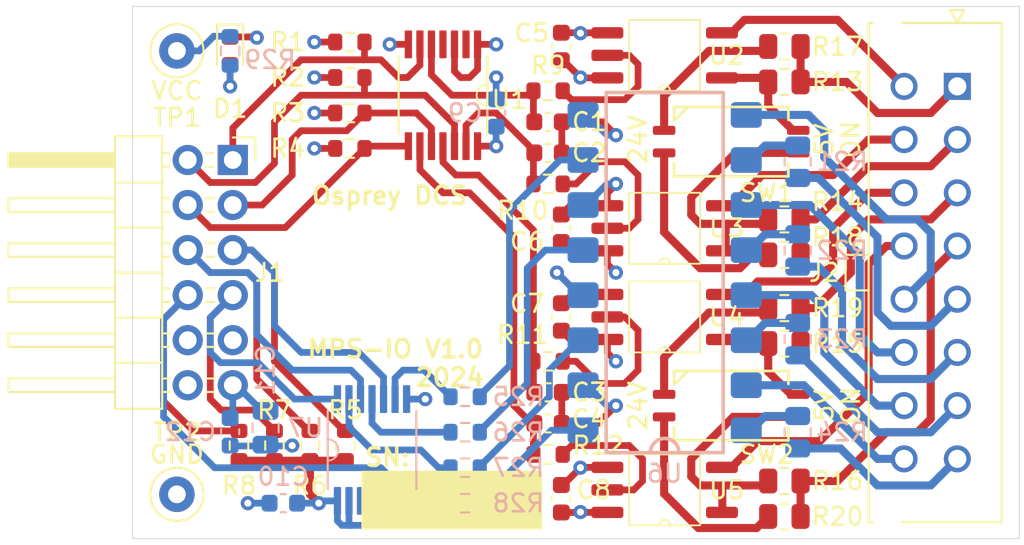
<source format=kicad_pcb>
(kicad_pcb (version 20240108) (generator "pcbnew") (generator_version "8.0")
  (title_block (title "PMOD MPS I/O") (rev "A") (company "Osprey DCS"))
  (layers (0 "F.Cu" signal) (1 "In1.Cu" signal) (2 "In2.Cu" signal) (31 "B.Cu" signal) (34 "B.Paste" user) (35 "F.Paste" user) (36 "B.SilkS" user "B.Silkscreen") (37 "F.SilkS" user "F.Silkscreen") (38 "B.Mask" user) (39 "F.Mask" user) (44 "Edge.Cuts" user))
  (net 0 "")
  (net 1 "GND")
  (net 2 "+3.3V")
  (net 3 "Net-(U1-3A)")
  (net 4 "/IN2")
  (net 5 "/IN1")
  (net 6 "/IN3")
  (net 7 "/IN4")
  (net 8 "Net-(D1-A)")
  (net 9 "/OUT1")
  (net 10 "/OUT3")
  (net 11 "/OUT2")
  (net 12 "/IN2_RTN")
  (net 13 "/IN2_SRC")
  (net 14 "/IN3_SRC")
  (net 15 "/OUT4")
  (net 16 "/IN3_RTN")
  (net 17 "/IN1_SRC")
  (net 18 "/IN4_SRC")
  (net 19 "/OUT2_SRC")
  (net 20 "/OUT1_RTN")
  (net 21 "/OUT4_RTN")
  (net 22 "/OUT3_SRC")
  (net 23 "/OUT3_RTN")
  (net 24 "/OUT1_SRC")
  (net 25 "/OUT2_RTN")
  (net 26 "/IN4_RTN")
  (net 27 "/OUT4_SRC")
  (net 28 "/IN1_RTN")
  (net 29 "Net-(R10-Pad2)")
  (net 30 "Net-(R11-Pad2)")
  (net 33 "Net-(U1-6A)")
  (net 34 "Net-(U1-5A)")
  (net 35 "Net-(U1-4A)")
  (net 36 "Net-(R12-Pad2)")
  (net 37 "Net-(R9-Pad2)")
  (net 38 "Net-(R13-Pad1)")
  (net 39 "Net-(R14-Pad1)")
  (net 40 "Net-(R15-Pad1)")
  (net 41 "Net-(R16-Pad1)")
  (net 42 "Net-(R17-Pad1)")
  (net 43 "Net-(R18-Pad1)")
  (net 44 "Net-(R19-Pad1)")
  (net 45 "Net-(R20-Pad1)")
  (net 46 "Net-(U7-3Y)")
  (net 47 "Net-(U7-2Y)")
  (net 48 "Net-(U7-1Y)")
  (net 49 "Net-(U7-4Y)")
  (net 52 "Net-(R21-Pad1)")
  (net 53 "Net-(R22-Pad1)")
  (net 54 "Net-(R23-Pad1)")
  (net 55 "Net-(R24-Pad1)")
  (net 56 "Net-(R25-Pad2)")
  (net 57 "Net-(R26-Pad2)")
  (net 58 "Net-(R27-Pad2)")
  (net 59 "Net-(R28-Pad2)")
  (footprint "0local:R_0805_2012Metric" (layer "F.Cu") (at 141.1 87.65)
    (property "Reference" "R15")
    (property "Value" "7.5k")
  )
  (footprint "0local:SO6_TLP2312(V4-TPL,E" (layer "F.Cu") (at 134.35 86.15 180)
    (property "Reference" "U4")
    (property "Value" "TLP2312")
  )
  (footprint "0local:R_0805_2012Metric" (layer "F.Cu") (at 141.1 82.65)
    (property "Reference" "R18")
    (property "Value" "1.37k")
  )
  (footprint "0local:C_0603_1608Metric" (layer "F.Cu") (at 128.525 96.4 90)
    (property "Reference" "C8")
    (property "Value" "100n")
  )
  (footprint "0local:R_0805_2012Metric" (layer "F.Cu") (at 141.1 97.4)
    (property "Reference" "R20")
    (property "Value" "1.37k")
  )
  (footprint "0local:SN74AC1xPWR" (layer "F.Cu") (at 121.85 73.65 -90)
    (property "Reference" "U1")
    (property "Value" "SN74AC16PWR")
  )
  (footprint "0local:R_0603_1608Metric" (layer "F.Cu") (at 116.6 72.65)
    (property "Reference" "R2")
    (property "Value" "10k")
  )
  (footprint "0local:R_0603_1608Metric" (layer "F.Cu") (at 116.6 74.65)
    (property "Reference" "R3")
    (property "Value" "10k")
  )
  (footprint "0local:430451628" (layer "F.Cu") (at 149.35 83.65 90)
    (property "Reference" "J2")
    (property "Value" "430451628")
  )
  (footprint "0local:R_0805_2012Metric" (layer "F.Cu") (at 141.1 85.65)
    (property "Reference" "R19")
    (property "Value" "1.37k")
  )
  (footprint "0local:TDA02H0SB1R" (layer "F.Cu") (at 138.1 91.15)
    (property "Reference" "SW2")
    (property "Value" "~" (hide yes))
  )
  (footprint "0local:R_0603_1608Metric" (layer "F.Cu") (at 112.35 93.4 90)
    (property "Reference" "R7")
    (property "Value" "10k")
  )
  (footprint "0local:R_0603_1608Metric" (layer "F.Cu") (at 127.775 93.9)
    (property "Reference" "R12")
    (property "Value" "10k")
  )
  (footprint "0local:R_0603_1608Metric" (layer "F.Cu") (at 127.775 88.65)
    (property "Reference" "R11")
    (property "Value" "10k")
  )
  (footprint "0local:TDA02H0SB1R" (layer "F.Cu") (at 138.1 76.265)
    (property "Reference" "SW1")
    (property "Value" "~" (hide yes))
  )
  (footprint "0local:C_0603_1608Metric" (layer "F.Cu") (at 128.525 81.15 90)
    (property "Reference" "C6")
    (property "Value" "100n")
  )
  (footprint "0local:R_0805_2012Metric" (layer "F.Cu") (at 141.1 80.65)
    (property "Reference" "R14")
    (property "Value" "7.5k")
  )
  (footprint "0local:R_0603_1608Metric" (layer "F.Cu") (at 116.35 93.4 90)
    (property "Reference" "R5")
    (property "Value" "10k")
  )
  (footprint "0local:C_0603_1608Metric" (layer "F.Cu") (at 128.525 70.9 90)
    (property "Reference" "C5")
    (property "Value" "100n")
  )
  (footprint "0local:PMOD_2x06_P2.54mm_Mirrored" (layer "F.Cu") (at 110 90 180)
    (property "Reference" "J1")
    (property "Value" "PMOD")
  )
  (footprint "0local:R_0603_1608Metric" (layer "F.Cu") (at 116.6 76.65)
    (property "Reference" "R4")
    (property "Value" "10k")
  )
  (footprint "0local:LED_0603_1608Metric" (layer "F.Cu") (at 109.85 71.15 -90)
    (property "Reference" "D1")
    (property "Value" "LED_Green")
  )
  (footprint "0local:C_0603_1608Metric" (layer "F.Cu") (at 127.775 76.9)
    (property "Reference" "C2")
    (property "Value" "1u")
  )
  (footprint "0local:R_0805_2012Metric" (layer "F.Cu") (at 141.1 72.9)
    (property "Reference" "R13")
    (property "Value" "7.5k")
  )
  (footprint "0local:TestPoint_Loop_D1.80mm_Drill1.0mm_Beaded" (layer "F.Cu") (at 106.85 71.15)
    (property "Reference" "TP1")
    (property "Value" "TestPoint" (hide yes))
  )
  (footprint "0local:C_0603_1608Metric" (layer "F.Cu") (at 127.775 92.15)
    (property "Reference" "C4")
    (property "Value" "1u")
  )
  (footprint "0local:C_0603_1608Metric" (layer "F.Cu") (at 127.775 75.15)
    (property "Reference" "C1")
    (property "Value" "1u")
  )
  (footprint "0local:R_0603_1608Metric" (layer "F.Cu") (at 127.775 78.65)
    (property "Reference" "R10")
    (property "Value" "10k")
  )
  (footprint "0local:SO6_TLP2312(V4-TPL,E" (layer "F.Cu") (at 134.35 81.15 180)
    (property "Reference" "U3")
    (property "Value" "TLP2312")
  )
  (footprint "0local:SO6_TLP2312(V4-TPL,E" (layer "F.Cu") (at 134.35 71.4 180)
    (property "Reference" "U2")
    (property "Value" "TLP2312")
  )
  (footprint "0local:R_0603_1608Metric" (layer "F.Cu") (at 127.775 73.4)
    (property "Reference" "R9")
    (property "Value" "10k")
  )
  (footprint "0local:R_0805_2012Metric" (layer "F.Cu") (at 141.1 70.9)
    (property "Reference" "R17")
    (property "Value" "1.37k")
  )
  (footprint "0local:Mounting_Hole_Slot" (layer "F.Cu") (at 120.95 83.65)
    (property "Reference" "H1" (hide yes))
    (property "Value" "~" (hide yes))
  )
  (footprint "0local:C_0603_1608Metric" (layer "F.Cu") (at 128.525 86.15 90)
    (property "Reference" "C7")
    (property "Value" "100n")
  )
  (footprint "0local:SO6_TLP2312(V4-TPL,E" (layer "F.Cu") (at 134.35 95.9 180)
    (property "Reference" "U5")
    (property "Value" "TLP2312")
  )
  (footprint "0local:R_0603_1608Metric" (layer "F.Cu") (at 110.35 93.4 90)
    (property "Reference" "R8")
    (property "Value" "10k")
  )
  (footprint "0local:R_0805_2012Metric" (layer "F.Cu") (at 141.1 95.4)
    (property "Reference" "R16")
    (property "Value" "7.5k")
  )
  (footprint "0local:C_0603_1608Metric" (layer "F.Cu") (at 127.775 90.4)
    (property "Reference" "C3")
    (property "Value" "1u")
  )
  (footprint "0local:R_0603_1608Metric" (layer "F.Cu") (at 114.35 93.4 90)
    (property "Reference" "R6")
    (property "Value" "10k")
  )
  (footprint "0local:R_0603_1608Metric" (layer "F.Cu") (at 116.6 70.65)
    (property "Reference" "R1")
    (property "Value" "10k")
  )
  (footprint "0local:TestPoint_Loop_D1.80mm_Drill1.0mm_Beaded" (layer "F.Cu") (at 106.85 96.15)
    (property "Reference" "TP2")
    (property "Value" "TestPoint" (hide yes))
  )
  (footprint "0local:R_0603_1608Metric" (layer "B.Cu") (at 123.1 90.65)
    (property "Reference" "R25")
    (property "Value" "215")
  )
  (footprint "0local:C_0805_2012Metric" (layer "B.Cu") (at 111.85 92.4 -90)
    (property "Reference" "C11")
    (property "Value" "10u")
  )
  (footprint "0local:R_0603_1608Metric" (layer "B.Cu") (at 123.1 96.65)
    (property "Reference" "R28")
    (property "Value" "215")
  )
  (footprint "0local:R_0603_1608Metric" (layer "B.Cu") (at 123.1 92.65)
    (property "Reference" "R26")
    (property "Value" "215")
  )
  (footprint "0local:C_0603_1608Metric" (layer "B.Cu") (at 109.85 92.625 -90)
    (property "Reference" "C12")
    (property "Value" "1u")
  )
  (footprint "0local:R_0603_1608Metric" (layer "B.Cu") (at 123.1 94.65)
    (property "Reference" "R27")
    (property "Value" "215")
  )
  (footprint "0local:R_0805_2012Metric" (layer "B.Cu") (at 141.85 77.4 -90)
    (property "Reference" "R21")
    (property "Value" "0")
  )
  (footprint "0local:R_0805_2012Metric" (layer "B.Cu") (at 141.85 82.4 -90)
    (property "Reference" "R22")
    (property "Value" "0")
  )
  (footprint "0local:C_0603_1608Metric" (layer "B.Cu") (at 124.85 74.65 -90)
    (property "Reference" "C9")
    (property "Value" "100n")
  )
  (footprint "0local:C_0603_1608Metric" (layer "B.Cu") (at 112.85 96.65)
    (property "Reference" "C10")
    (property "Value" "100n")
  )
  (footprint "0local:ILQ615-4X009T_SMD-16" (layer "B.Cu") (at 134.35 83.65)
    (property "Reference" "U6")
    (property "Value" "ILQ615-4X009T")
  )
  (footprint "0local:R_0805_2012Metric" (layer "B.Cu") (at 141.85 87.4 -90)
    (property "Reference" "R23")
    (property "Value" "0")
  )
  (footprint "0local:R_0603_1608Metric" (layer "B.Cu") (at 109.85 71.15 -90)
    (property "Reference" "R29")
    (property "Value" "1k")
  )
  (footprint "0local:SN74AC1xPWR" (layer "B.Cu") (at 117.85 93.65 -90)
    (property "Reference" "U7")
    (property "Value" "SN74AC14PWR")
  )
  (footprint "0local:R_0805_2012Metric" (layer "B.Cu") (at 141.85 92.65 -90)
    (property "Reference" "R24")
    (property "Value" "0")
  )
  (gr_rect (start 117.325 94.9) (end 127.375 98.055) (stroke (width 0.15)) (fill solid) (layer "F.SilkS"))
  (gr_rect (start 104.35 68.65) (end 154.35 98.65) (stroke (width 0.05)) (fill none) (layer "Edge.Cuts"))
  (gr_text "MPS-IO V1.0\n        2024" (at 114.1 90.15 0) (layer "F.SilkS") (effects (font (size 1 1) (thickness 0.2) (bold yes)) (justify left bottom)))
  (gr_text "Osprey DCS" (at 114.35 79.9 0) (layer "F.SilkS") (effects (font (size 1 1) (thickness 0.2) (bold yes)) (justify left bottom)))
  (gr_text "GND" (at 106.85 93.9 0) (layer "F.SilkS") (effects (font (size 1 1))))
  (gr_text "VCC" (at 106.85 73.4 0) (layer "F.SilkS") (effects (font (size 1 1))))
  (gr_text "SN:" (at 117.35 94.65 0) (layer "F.SilkS") (effects (font (size 1 1) (thickness 0.2) (bold yes)) (justify left bottom)))
  (gr_text "ON" (at 144.85 76.15 90) (layer "F.SilkS") (effects (font (size 1 1))))
  (gr_text "ON" (at 144.85 91.15 90) (layer "F.SilkS") (effects (font (size 1 1))))
  (segment (start 128.55 92.15) (end 130.6 92.15) (width 0.381) (layer "F.Cu") (net 1))
  (segment (start 128.55 76.9) (end 128.55 76.15) (width 0.381) (layer "F.Cu") (net 1))
  (segment (start 129.3125 84.6875) (end 128.275 83.65) (width 0.381) (layer "F.Cu") (net 1))
  (segment (start 130.9083 79.88) (end 129.02 79.88) (width 0.381) (layer "F.Cu") (net 1))
  (segment (start 128.525 85.375) (end 128.625 85.375) (width 0.381) (layer "F.Cu") (net 1))
  (segment (start 128.55 90.4) (end 128.55 91.4) (width 0.381) (layer "F.Cu") (net 1))
  (segment (start 128.55 76.15) (end 128.55 75.15) (width 0.381) (layer "F.Cu") (net 1))
  (segment (start 129.62 94.63) (end 129.6 94.65) (width 0.381) (layer "F.Cu") (net 1))
  (segment (start 129.575 70.125) (end 129.6 70.15) (width 0.381) (layer "F.Cu") (net 1))
  (segment (start 128.625 95.625) (end 129.6 94.65) (width 0.381) (layer "F.Cu") (net 1))
  (segment (start 111.3125 70.3625) (end 111.35 70.4) (width 0.381) (layer "F.Cu") (net 1))
  (segment (start 128.625 85.375) (end 129.3125 84.6875) (width 0.381) (layer "F.Cu") (net 1))
  (segment (start 129.505 84.88) (end 129.3125 84.6875) (width 0.381) (layer "F.Cu") (net 1))
  (segment (start 129.62 70.13) (end 129.6 70.15) (width 0.381) (layer "F.Cu") (net 1))
  (segment (start 128.525 70.125) (end 129.575 70.125) (width 0.381) (layer "F.Cu") (net 1))
  (segment (start 129.02 79.88) (end 128.525 80.375) (width 0.381) (layer "F.Cu") (net 1))
  (segment (start 130.9083 70.13) (end 129.62 70.13) (width 0.381) (layer "F.Cu") (net 1))
  (segment (start 128.55 75.15) (end 130.85 75.15) (width 0.381) (layer "F.Cu") (net 1))
  (segment (start 128.525 95.625) (end 128.625 95.625) (width 0.381) (layer "F.Cu") (net 1))
  (segment (start 130.6 92.15) (end 131.6 91.15) (width 0.381) (layer "F.Cu") (net 1))
  (segment (start 118.85 70.78) (end 119.9 70.78) (width 0.381) (layer "F.Cu") (net 1))
  (segment (start 131.6 78.69) (end 131.6 78.65) (width 0.381) (layer "F.Cu") (net 1))
  (segment (start 130.9083 84.88) (end 129.505 84.88) (width 0.381) (layer "F.Cu") (net 1))
  (segment (start 130.9083 79.88) (end 131.12 79.88) (width 0.381) (layer "F.Cu") (net 1))
  (segment (start 128.55 91.4) (end 128.55 92.15) (width 0.381) (layer "F.Cu") (net 1))
  (segment (start 109.85 70.3625) (end 111.3125 70.3625) (width 0.381) (layer "F.Cu") (net 1))
  (segment (start 130.85 75.15) (end 131.6 75.9) (width 0.381) (layer "F.Cu") (net 1))
  (segment (start 130.9083 94.63) (end 129.62 94.63) (width 0.381) (layer "F.Cu") (net 1))
  (segment (start 131.12 79.17) (end 131.6 78.69) (width 0.381) (layer "F.Cu") (net 1))
  (segment (start 131.12 79.88) (end 131.12 79.17) (width 0.381) (layer "F.Cu") (net 1))
  (via (at 129.6 70.15) (size 0.8) (drill 0.4) (layers "F.Cu" "B.Cu") (net 1))
  (via (at 131.6 75.9) (size 0.8) (drill 0.4) (layers "F.Cu" "B.Cu") (net 1))
  (via (at 129.6 94.65) (size 0.8) (drill 0.4) (layers "F.Cu" "B.Cu") (net 1))
  (via (at 131.6 91.15) (size 0.8) (drill 0.4) (layers "F.Cu" "B.Cu") (net 1))
  (via (at 111.35 70.4) (size 0.8) (drill 0.4) (layers "F.Cu" "B.Cu") (net 1))
  (via (at 131.6 78.65) (size 0.8) (drill 0.4) (layers "F.Cu" "B.Cu") (net 1))
  (via (at 124.85 72.65) (size 0.8) (drill 0.4) (layers "F.Cu" "B.Cu") (net 1))
  (via (at 128.275 83.65) (size 0.8) (drill 0.4) (layers "F.Cu" "B.Cu") (net 1))
  (via (at 118.85 70.78) (size 0.8) (drill 0.4) (layers "F.Cu" "B.Cu") (net 1))
  (via (at 120.85 90.78) (size 0.8) (drill 0.4) (layers "F.Cu" "B.Cu") (net 1))
  (via (at 113.35 93.4) (size 0.8) (drill 0.4) (layers "F.Cu" "B.Cu") (net 1))
  (via (at 110.85 96.65) (size 0.8) (drill 0.4) (layers "F.Cu" "B.Cu") (net 1))
  (segment (start 129.75 74.76) (end 129.96 74.76) (width 0.4572) (layer "B.Cu") (net 1))
  (segment (start 120.85 90.78) (end 119.8 90.78) (width 0.381) (layer "B.Cu") (net 1))
  (segment (start 129.545 84.92) (end 128.275 83.65) (width 0.381) (layer "B.Cu") (net 1))
  (segment (start 131.1 91.15) (end 131.6 91.15) (width 0.381) (layer "B.Cu") (net 1))
  (segment (start 129.95 90) (end 131.1 91.15) (width 0.381) (layer "B.Cu") (net 1))
  (segment (start 129.75 90) (end 129.95 90) (width 0.381) (layer "B.Cu") (net 1))
  (segment (start 131.1 78.65) (end 131.6 78.65) (width 0.381) (layer "B.Cu") (net 1))
  (segment (start 131.1 75.9) (end 131.6 75.9) (width 0.381) (layer "B.Cu") (net 1))
  (segment (start 112.075 96.65) (end 110.85 96.65) (width 0.381) (layer "B.Cu") (net 1))
  (segment (start 124.85 72.65) (end 124.85 73.875) (width 0.381) (layer "B.Cu") (net 1))
  (segment (start 113.325 93.425) (end 113.35 93.4) (width 0.381) (layer "B.Cu") (net 1))
  (segment (start 129.91 79.84) (end 131.1 78.65) (width 0.381) (layer "B.Cu") (net 1))
  (segment (start 129.96 74.76) (end 131.1 75.9) (width 0.381) (layer "B.Cu") (net 1))
  (segment (start 129.75 84.92) (end 129.545 84.92) (width 0.381) (layer "B.Cu") (net 1))
  (segment (start 109.85 93.425) (end 113.325 93.425) (width 0.381) (layer "B.Cu") (net 1))
  (segment (start 129.75 79.84) (end 129.91 79.84) (width 0.4572) (layer "B.Cu") (net 1))
  (segment (start 123.8 72.2) (end 123.8 70.78) (width 0.381) (layer "F.Cu") (net 2))
  (segment (start 128.525 97.175) (end 129.575 97.175) (width 0.381) (layer "F.Cu") (net 2))
  (segment (start 128.525 71.675) (end 128.625 71.675) (width 0.381) (layer "F.Cu") (net 2))
  (segment (start 131.12 82.42) (end 131.12 83.170001) (width 0.381) (layer "F.Cu") (net 2))
  (segment (start 116.3178 94.2572) (end 116.35 94.225) (width 0.4572) (layer "F.Cu") (net 2))
  (segment (start 115.775 76.65) (end 114.6 76.65) (width 0.381) (layer "F.Cu") (net 2))
  (segment (start 129.62 97.17) (end 129.6 97.15) (width 0.381) (layer "F.Cu") (net 2))
  (segment (start 130.9083 87.42) (end 131.12 87.42) (width 0.381) (layer "F.Cu") (net 2))
  (segment (start 129.575 97.175) (end 129.6 97.15) (width 0.381) (layer "F.Cu") (net 2))
  (segment (start 131.12 83.170001) (end 131.6 83.650001) (width 0.381) (layer "F.Cu") (net 2))
  (segment (start 124.85 70.78) (end 123.8 70.78) (width 0.381) (layer "F.Cu") (net 2))
  (segment (start 130.9083 82.42) (end 129.02 82.42) (width 0.381) (layer "F.Cu") (net 2))
  (segment (start 130.9083 97.17) (end 129.62 97.17) (width 0.381) (layer "F.Cu") (net 2))
  (segment (start 114.35 94.225) (end 114.35 96.15) (width 0.4572) (layer "F.Cu") (net 2))
  (segment (start 129.62 72.67) (end 129.6 72.65) (width 0.381) (layer "F.Cu") (net 2))
  (segment (start 114.35 96.15) (end 114.85 96.65) (width 0.4572) (layer "F.Cu") (net 2))
  (segment (start 129.02 87.42) (end 128.525 86.925) (width 0.381) (layer "F.Cu") (net 2))
  (segment (start 130.9083 82.42) (end 131.12 82.42) (width 0.381) (layer "F.Cu") (net 2))
  (segment (start 110.3822 94.2572) (end 116.3178 94.2572) (width 0.4572) (layer "F.Cu") (net 2))
  (segment (start 122.5 72.3) (end 122.85 72.65) (width 0.381) (layer "F.Cu") (net 2))
  (segment (start 115.775 74.65) (end 114.6 74.65) (width 0.381) (layer "F.Cu") (net 2))
  (segment (start 130.9083 87.42) (end 129.02 87.42) (width 0.381) (layer "F.Cu") (net 2))
  (segment (start 131.12 87.42) (end 131.12 88.17) (width 0.381) (layer "F.Cu") (net 2))
  (segment (start 110.35 94.225) (end 110.3822 94.2572) (width 0.4572) (layer "F.Cu") (net 2))
  (segment (start 115.775 72.65) (end 114.6 72.65) (width 0.381) (layer "F.Cu") (net 2))
  (segment (start 130.9083 72.67) (end 129.62 72.67) (width 0.381) (layer "F.Cu") (net 2))
  (segment (start 122.85 72.65) (end 123.35 72.65) (width 0.381) (layer "F.Cu") (net 2))
  (segment (start 129.02 82.42) (end 128.525 81.925) (width 0.381) (layer "F.Cu") (net 2))
  (segment (start 131.12 88.17) (end 131.6 88.65) (width 0.381) (layer "F.Cu") (net 2))
  (segment (start 123.35 72.65) (end 123.8 72.2) (width 0.381) (layer "F.Cu") (net 2))
  (segment (start 124.85 76.52) (end 123.8 76.52) (width 0.381) (layer "F.Cu") (net 2))
  (segment (start 128.625 71.675) (end 129.6 72.65) (width 0.381) (layer "F.Cu") (net 2))
  (segment (start 122.5 70.78) (end 122.5 72.3) (width 0.381) (layer "F.Cu") (net 2))
  (segment (start 115.775 70.65) (end 114.6 70.65) (width 0.381) (layer "F.Cu") (net 2))
  (via (at 114.6 76.65) (size 0.8) (drill 0.4) (layers "F.Cu" "B.Cu") (net 2))
  (via (at 114.6 74.65) (size 0.8) (drill 0.4) (layers "F.Cu" "B.Cu") (net 2))
  (via (at 114.6 70.65) (size 0.8) (drill 0.4) (layers "F.Cu" "B.Cu") (net 2))
  (via (at 129.6 97.15) (size 0.8) (drill 0.4) (layers "F.Cu" "B.Cu") (net 2))
  (via (at 131.6 88.65) (size 0.8) (drill 0.4) (layers "F.Cu" "B.Cu") (net 2))
  (via (at 114.6 72.65) (size 0.8) (drill 0.4) (layers "F.Cu" "B.Cu") (net 2))
  (via (at 131.6 83.650001) (size 0.8) (drill 0.4) (layers "F.Cu" "B.Cu") (net 2))
  (via (at 114.85 96.65) (size 0.8) (drill 0.4) (layers "F.Cu" "B.Cu") (net 2))
  (via (at 124.85 76.52) (size 0.8) (drill 0.4) (layers "F.Cu" "B.Cu") (net 2))
  (via (at 129.6 72.65) (size 0.8) (drill 0.4) (layers "F.Cu" "B.Cu") (net 2))
  (via (at 124.85 70.78) (size 0.8) (drill 0.4) (layers "F.Cu" "B.Cu") (net 2))
  (segment (start 116.15 97.9) (end 115.9 97.65) (width 0.381) (layer "B.Cu") (net 2))
  (segment (start 117.85 97.65) (end 117.6 97.9) (width 0.381) (layer "B.Cu") (net 2))
  (segment (start 124.85 75.425) (end 124.85 76.52) (width 0.381) (layer "B.Cu") (net 2))
  (segment (start 108.925 70.325) (end 109.85 70.325) (width 0.381) (layer "B.Cu") (net 2))
  (segment (start 110 91.725) (end 109.85 91.875) (width 0.381) (layer "B.Cu") (net 2))
  (segment (start 106.85 71.15) (end 108.1 71.15) (width 0.381) (layer "B.Cu") (net 2))
  (segment (start 113.625 96.65) (end 114.85 96.65) (width 0.381) (layer "B.Cu") (net 2))
  (segment (start 111.65 91.45) (end 111.85 91.45) (width 0.381) (layer "B.Cu") (net 2))
  (segment (start 110.2 90) (end 111.65 91.45) (width 0.381) (layer "B.Cu") (net 2))
  (segment (start 114.98 96.52) (end 115.9 96.52) (width 0.381) (layer "B.Cu") (net 2))
  (segment (start 116.55 97.85) (end 116.6 97.9) (width 0.381) (layer "B.Cu") (net 2))
  (segment (start 114.85 96.65) (end 114.98 96.52) (width 0.381) (layer "B.Cu") (net 2))
  (segment (start 117.85 96.52) (end 117.85 97.65) (width 0.381) (layer "B.Cu") (net 2))
  (segment (start 116.55 96.52) (end 116.55 97.85) (width 0.381) (layer "B.Cu") (net 2))
  (segment (start 115.9 97.65) (end 115.9 96.52) (width 0.381) (layer "B.Cu") (net 2))
  (segment (start 116.6 97.9) (end 116.15 97.9) (width 0.381) (layer "B.Cu") (net 2))
  (segment (start 110 90) (end 110.2 90) (width 0.381) (layer "B.Cu") (net 2))
  (segment (start 108.1 71.15) (end 108.925 70.325) (width 0.381) (layer "B.Cu") (net 2))
  (segment (start 110 90) (end 110 91.725) (width 0.381) (layer "B.Cu") (net 2))
  (segment (start 117.6 97.9) (end 116.6 97.9) (width 0.381) (layer "B.Cu") (net 2))
  (segment (start 121.2 72.5) (end 122.35 73.65) (width 0.381) (layer "F.Cu") (net 3))
  (segment (start 126.95 73.4) (end 126.95 75.1) (width 0.381) (layer "F.Cu") (net 3))
  (segment (start 121.2 70.78) (end 121.2 72.5) (width 0.381) (layer "F.Cu") (net 3))
  (segment (start 126.95 75.1) (end 127 75.15) (width 0.381) (layer "F.Cu") (net 3))
  (segment (start 122.35 73.65) (end 126.7 73.65) (width 0.381) (layer "F.Cu") (net 3))
  (segment (start 126.7 73.65) (end 126.95 73.4) (width 0.381) (layer "F.Cu") (net 3))
  (segment (start 112.35 77.4882) (end 112.35 75.15) (width 0.381) (layer "F.Cu") (net 4))
  (segment (start 111.2691 78.5691) (end 112.35 77.4882) (width 0.381) (layer "F.Cu") (net 4))
  (segment (start 117.425 73.575) (end 117.35 73.65) (width 0.381) (layer "F.Cu") (net 4))
  (segment (start 112.35 75.15) (end 113.85 73.65) (width 0.381) (layer "F.Cu") (net 4))
  (segment (start 107.46 77.3) (end 108.7291 78.5691) (width 0.381) (layer "F.Cu") (net 4))
  (segment (start 108.7291 78.5691) (end 111.2691 78.5691) (width 0.381) (layer "F.Cu") (net 4))
  (segment (start 120.85 73.65) (end 122.5 75.3) (width 0.381) (layer "F.Cu") (net 4))
  (segment (start 122.5 75.3) (end 122.5 76.52) (width 0.381) (layer "F.Cu") (net 4))
  (segment (start 117.425 72.65) (end 117.425 73.575) (width 0.381) (layer "F.Cu") (net 4))
  (segment (start 113.85 73.65) (end 117.35 73.65) (width 0.381) (layer "F.Cu") (net 4))
  (segment (start 117.35 73.65) (end 120.85 73.65) (width 0.381) (layer "F.Cu") (net 4))
  (segment (start 120.55 70.78) (end 120.55 71.95) (width 0.381) (layer "F.Cu") (net 5))
  (segment (start 119.85 72.65) (end 119.35 72.65) (width 0.381) (layer "F.Cu") (net 5))
  (segment (start 110.2 77.3) (end 110 77.3) (width 0.381) (layer "F.Cu") (net 5))
  (segment (start 117.425 70.65) (end 117.425 71.575) (width 0.381) (layer "F.Cu") (net 5))
  (segment (start 118.35 71.65) (end 117.35 71.65) (width 0.381) (layer "F.Cu") (net 5))
  (segment (start 119.35 72.65) (end 118.35 71.65) (width 0.381) (layer "F.Cu") (net 5))
  (segment (start 117.425 71.575) (end 117.35 71.65) (width 0.381) (layer "F.Cu") (net 5))
  (segment (start 110 75.5) (end 110 77.3) (width 0.381) (layer "F.Cu") (net 5))
  (segment (start 120.55 71.95) (end 119.85 72.65) (width 0.381) (layer "F.Cu") (net 5))
  (segment (start 117.35 71.65) (end 113.85 71.65) (width 0.381) (layer "F.Cu") (net 5))
  (segment (start 113.85 71.65) (end 110 75.5) (width 0.381) (layer "F.Cu") (net 5))
  (segment (start 113.35 78.15) (end 111.66 79.84) (width 0.381) (layer "F.Cu") (net 6))
  (segment (start 111.66 79.84) (end 110 79.84) (width 0.381) (layer "F.Cu") (net 6))
  (segment (start 121.2 76.52) (end 121.2 75.5) (width 0.381) (layer "F.Cu") (net 6))
  (segment (start 116.425 75.65) (end 113.85 75.65) (width 0.381) (layer "F.Cu") (net 6))
  (segment (start 117.425 74.65) (end 116.425 75.65) (width 0.381) (layer "F.Cu") (net 6))
  (segment (start 113.35 76.15) (end 113.35 78.15) (width 0.381) (layer "F.Cu") (net 6))
  (segment (start 113.85 75.65) (end 113.35 76.15) (width 0.381) (layer "F.Cu") (net 6))
  (segment (start 120.35 74.65) (end 117.425 74.65) (width 0.381) (layer "F.Cu") (net 6))
  (segment (start 121.2 75.5) (end 120.35 74.65) (width 0.381) (layer "F.Cu") (net 6))
  (segment (start 117.555 76.52) (end 117.425 76.65) (width 0.381) (layer "F.Cu") (net 7))
  (segment (start 112.9659 81.1091) (end 108.7291 81.1091) (width 0.381) (layer "F.Cu") (net 7))
  (segment (start 119.9 76.52) (end 117.555 76.52) (width 0.381) (layer "F.Cu") (net 7))
  (segment (start 117.425 76.65) (end 112.9659 81.1091) (width 0.381) (layer "F.Cu") (net 7))
  (segment (start 108.7291 81.1091) (end 107.46 79.84) (width 0.381) (layer "F.Cu") (net 7))
  (segment (start 109.85 71.9375) (end 109.85 73.15) (width 0.381) (layer "F.Cu") (net 8))
  (via (at 109.85 73.15) (size 0.8) (drill 0.4) (layers "F.Cu" "B.Cu") (net 8))
  (segment (start 109.85 71.975) (end 109.85 73.15) (width 0.381) (layer "B.Cu") (net 8))
  (segment (start 116.275 92.575) (end 116.35 92.575) (width 0.381) (layer "F.Cu") (net 9))
  (segment (start 112.35 88.65) (end 116.275 92.575) (width 0.381) (layer "F.Cu") (net 9))
  (segment (start 112.35 83.65) (end 112.35 88.65) (width 0.381) (layer "F.Cu") (net 9))
  (segment (start 110 82.38) (end 111.08 82.38) (width 0.381) (layer "F.Cu") (net 9))
  (segment (start 111.08 82.38) (end 112.35 83.65) (width 0.381) (layer "F.Cu") (net 9))
  (segment (start 117.1 88.15) (end 118.5 89.55) (width 0.381) (layer "B.Cu") (net 9))
  (segment (start 111.08 82.38) (end 112.35 83.65) (width 0.381) (layer "B.Cu") (net 9))
  (segment (start 118.5 89.55) (end 118.5 90.78) (width 0.381) (layer "B.Cu") (net 9))
  (segment (start 112.35 86.65) (end 113.85 88.15) (width 0.381) (layer "B.Cu") (net 9))
  (segment (start 110 82.38) (end 111.08 82.38) (width 0.381) (layer "B.Cu") (net 9))
  (segment (start 112.35 83.65) (end 112.35 86.65) (width 0.381) (layer "B.Cu") (net 9))
  (segment (start 113.85 88.15) (end 117.1 88.15) (width 0.381) (layer "B.Cu") (net 9))
  (segment (start 108.7309 90.7809) (end 109.35 91.4) (width 0.381) (layer "F.Cu") (net 10))
  (segment (start 109.35 91.4) (end 111.175 91.4) (width 0.381) (layer "F.Cu") (net 10))
  (segment (start 111.175 91.4) (end 112.35 92.575) (width 0.381) (layer "F.Cu") (net 10))
  (segment (start 108.7309 86.1891) (end 108.7309 90.7809) (width 0.381) (layer "F.Cu") (net 10))
  (segment (start 110 84.92) (end 108.7309 86.1891) (width 0.381) (layer "F.Cu") (net 10))
  (segment (start 108.7309 88.15) (end 108.7309 86.1891) (width 0.381) (layer "B.Cu") (net 10))
  (segment (start 109.31 88.7291) (end 108.7309 88.15) (width 0.381) (layer "B.Cu") (net 10))
  (segment (start 115.9 90.78) (end 113.48 90.78) (width 0.381) (layer "B.Cu") (net 10))
  (segment (start 113.48 90.78) (end 111.4291 88.7291) (width 0.381) (layer "B.Cu") (net 10))
  (segment (start 111.4291 88.7291) (end 109.31 88.7291) (width 0.381) (layer "B.Cu") (net 10))
  (segment (start 108.7309 86.1891) (end 110 84.92) (width 0.381) (layer "B.Cu") (net 10))
  (segment (start 114.275 92.575) (end 114.35 92.575) (width 0.381) (layer "F.Cu") (net 11))
  (segment (start 111.35 84.15) (end 111.35 89.65) (width 0.381) (layer "F.Cu") (net 11))
  (segment (start 110.8509 83.6509) (end 111.35 84.15) (width 0.381) (layer "F.Cu") (net 11))
  (segment (start 107.46 82.38) (end 108.7309 83.6509) (width 0.381) (layer "F.Cu") (net 11))
  (segment (start 111.35 89.65) (end 114.275 92.575) (width 0.381) (layer "F.Cu") (net 11))
  (segment (start 108.7309 83.6509) (end 110.8509 83.6509) (width 0.381) (layer "F.Cu") (net 11))
  (segment (start 110.85 83.65) (end 111.35 84.15) (width 0.381) (layer "B.Cu") (net 11))
  (segment (start 107.46 82.38) (end 108.73 83.65) (width 0.381) (layer "B.Cu") (net 11))
  (segment (start 116.662048 89.15) (end 117.2 89.687952) (width 0.381) (layer "B.Cu") (net 11))
  (segment (start 108.73 83.65) (end 110.85 83.65) (width 0.381) (layer "B.Cu") (net 11))
  (segment (start 111.35 87.15) (end 113.35 89.15) (width 0.381) (layer "B.Cu") (net 11))
  (segment (start 111.35 84.15) (end 111.35 87.15) (width 0.381) (layer "B.Cu") (net 11))
  (segment (start 117.2 89.687952) (end 117.2 90.78) (width 0.381) (layer "B.Cu") (net 11))
  (segment (start 113.35 89.15) (end 116.662048 89.15) (width 0.381) (layer "B.Cu") (net 11))
  (segment (start 143.85 78.15) (end 145.85 76.15) (width 0.4572) (layer "F.Cu") (net 12))
  (segment (start 137.7917 79.88) (end 138.12 79.88) (width 0.4572) (layer "F.Cu") (net 12))
  (segment (start 145.85 76.15) (end 147.85 76.15) (width 0.4572) (layer "F.Cu") (net 12))
  (segment (start 139.85 78.15) (end 143.85 78.15) (width 0.4572) (layer "F.Cu") (net 12))
  (segment (start 138.12 79.88) (end 139.85 78.15) (width 0.4572) (layer "F.Cu") (net 12))
  (segment (start 150.85 76.15) (end 149.35 77.65) (width 0.4572) (layer "F.Cu") (net 13))
  (segment (start 142.0125 80.65) (end 142.85 80.65) (width 0.4572) (layer "F.Cu") (net 13))
  (segment (start 149.35 77.65) (end 145.85 77.65) (width 0.4572) (layer "F.Cu") (net 13))
  (segment (start 142.0125 82.65) (end 142.0125 80.65) (width 0.4572) (layer "F.Cu") (net 13))
  (segment (start 145.85 77.65) (end 142.85 80.65) (width 0.4572) (layer "F.Cu") (net 13))
  (segment (start 144.85 81.65) (end 145.85 80.65) (width 0.4572) (layer "F.Cu") (net 14))
  (segment (start 142.0125 85.65) (end 142.0125 87.65) (width 0.4572) (layer "F.Cu") (net 14))
  (segment (start 144.85 83.65) (end 144.85 81.65) (width 0.4572) (layer "F.Cu") (net 14))
  (segment (start 145.85 80.65) (end 149.35 80.65) (width 0.4572) (layer "F.Cu") (net 14))
  (segment (start 142.0125 85.65) (end 142.85 85.65) (width 0.4572) (layer "F.Cu") (net 14))
  (segment (start 142.85 85.65) (end 144.85 83.65) (width 0.4572) (layer "F.Cu") (net 14))
  (segment (start 149.35 80.65) (end 150.85 79.15) (width 0.4572) (layer "F.Cu") (net 14))
  (segment (start 107.46 84.92) (end 106.1 86.28) (width 0.381) (layer "F.Cu") (net 15))
  (segment (start 106.1 86.28) (end 106.1 90.9) (width 0.381) (layer "F.Cu") (net 15))
  (segment (start 107.775 92.575) (end 110.35 92.575) (width 0.381) (layer "F.Cu") (net 15))
  (segment (start 106.1 90.9) (end 107.775 92.575) (width 0.381) (layer "F.Cu") (net 15))
  (segment (start 108.975 94.65) (end 106.1 91.775) (width 0.381) (layer "B.Cu") (net 15))
  (segment (start 119.15 95.45) (end 118.35 94.65) (width 0.381) (layer "B.Cu") (net 15))
  (segment (start 119.15 96.52) (end 119.15 95.45) (width 0.381) (layer "B.Cu") (net 15))
  (segment (start 118.35 94.65) (end 108.975 94.65) (width 0.381) (layer "B.Cu") (net 15))
  (segment (start 106.1 86.28) (end 107.46 84.92) (width 0.381) (layer "B.Cu") (net 15))
  (segment (start 106.1 91.775) (end 106.1 86.28) (width 0.381) (layer "B.Cu") (net 15))
  (segment (start 143.85 81.15) (end 145.85 79.15) (width 0.4572) (layer "F.Cu") (net 16))
  (segment (start 139.6 84.15) (end 142.85 84.15) (width 0.4572) (layer "F.Cu") (net 16))
  (segment (start 145.85 79.15) (end 147.85 79.15) (width 0.4572) (layer "F.Cu") (net 16))
  (segment (start 143.85 83.15) (end 143.85 81.15) (width 0.4572) (layer "F.Cu") (net 16))
  (segment (start 138.87 84.88) (end 139.6 84.15) (width 0.4572) (layer "F.Cu") (net 16))
  (segment (start 137.7917 84.88) (end 138.87 84.88) (width 0.4572) (layer "F.Cu") (net 16))
  (segment (start 142.85 84.15) (end 143.85 83.15) (width 0.4572) (layer "F.Cu") (net 16))
  (segment (start 142.0125 72.9) (end 144.6 72.9) (width 0.4572) (layer "F.Cu") (net 17))
  (segment (start 142.0125 72.9) (end 142.0125 70.9) (width 0.4572) (layer "F.Cu") (net 17))
  (segment (start 146.35 74.65) (end 149.35 74.65) (width 0.4572) (layer "F.Cu") (net 17))
  (segment (start 149.35 74.65) (end 150.85 73.15) (width 0.4572) (layer "F.Cu") (net 17))
  (segment (start 144.6 72.9) (end 146.35 74.65) (width 0.4572) (layer "F.Cu") (net 17))
  (segment (start 144.1 95.4) (end 142.0125 95.4) (width 0.4572) (layer "F.Cu") (net 18))
  (segment (start 146.85 92.65) (end 144.1 95.4) (width 0.4572) (layer "F.Cu") (net 18))
  (segment (start 149.35 91.9) (end 148.6 92.65) (width 0.4572) (layer "F.Cu") (net 18))
  (segment (start 148.6 92.65) (end 146.85 92.65) (width 0.4572) (layer "F.Cu") (net 18))
  (segment (start 150.85 82.15) (end 149.35 83.65) (width 0.4572) (layer "F.Cu") (net 18))
  (segment (start 142.0125 95.4) (end 142.0125 96.9) (width 0.4572) (layer "F.Cu") (net 18))
  (segment (start 149.35 83.65) (end 149.35 91.9) (width 0.4572) (layer "F.Cu") (net 18))
  (segment (start 143.0125 83.3125) (end 144.35 84.65) (width 0.4572) (layer "B.Cu") (net 19))
  (segment (start 144.35 87.65) (end 146.35 89.65) (width 0.4572) (layer "B.Cu") (net 19))
  (segment (start 149.35 89.65) (end 150.85 88.15) (width 0.4572) (layer "B.Cu") (net 19))
  (segment (start 141.85 83.3125) (end 143.0125 83.3125) (width 0.4572) (layer "B.Cu") (net 19))
  (segment (start 144.35 84.65) (end 144.35 87.65) (width 0.4572) (layer "B.Cu") (net 19))
  (segment (start 146.35 89.65) (end 149.35 89.65) (width 0.4572) (layer "B.Cu") (net 19))
  (segment (start 143.35 77.15) (end 146.85 80.65) (width 0.4572) (layer "B.Cu") (net 20))
  (segment (start 146.85 80.65) (end 148.6 80.65) (width 0.4572) (layer "B.Cu") (net 20))
  (segment (start 143.35 75.65) (end 143.35 77.15) (width 0.4572) (layer "B.Cu") (net 20))
  (segment (start 142.46 74.76) (end 143.35 75.65) (width 0.4572) (layer "B.Cu") (net 20))
  (segment (start 138.95 74.76) (end 142.46 74.76) (width 0.4572) (layer "B.Cu") (net 20))
  (segment (start 149.35 81.4) (end 149.35 83.65) (width 0.4572) (layer "B.Cu") (net 20))
  (segment (start 149.35 83.65) (end 147.85 85.15) (width 0.4572) (layer "B.Cu") (net 20))
  (segment (start 148.6 80.65) (end 149.35 81.4) (width 0.4572) (layer "B.Cu") (net 20))
  (segment (start 146.35 94.15) (end 147.85 94.15) (width 0.4572) (layer "B.Cu") (net 21))
  (segment (start 138.95 90) (end 142.2 90) (width 0.4572) (layer "B.Cu") (net 21))
  (segment (start 142.2 90) (end 146.35 94.15) (width 0.4572) (layer "B.Cu") (net 21))
  (segment (start 149.35 92.65) (end 150.85 91.15) (width 0.4572) (layer "B.Cu") (net 22))
  (segment (start 141.85 88.3125) (end 142.0125 88.3125) (width 0.4572) (layer "B.Cu") (net 22))
  (segment (start 142.0125 88.3125) (end 146.35 92.65) (width 0.4572) (layer "B.Cu") (net 22))
  (segment (start 146.35 92.65) (end 149.35 92.65) (width 0.4572) (layer "B.Cu") (net 22))
  (segment (start 143.35 85.65) (end 142.62 84.92) (width 0.4572) (layer "B.Cu") (net 23))
  (segment (start 146.35 91.15) (end 143.35 88.15) (width 0.4572) (layer "B.Cu") (net 23))
  (segment (start 143.35 88.15) (end 143.35 85.65) (width 0.4572) (layer "B.Cu") (net 23))
  (segment (start 142.62 84.92) (end 138.95 84.92) (width 0.4572) (layer "B.Cu") (net 23))
  (segment (start 147.85 91.15) (end 146.35 91.15) (width 0.4572) (layer "B.Cu") (net 23))
  (segment (start 149.35 86.65) (end 150.85 85.15) (width 0.4572) (layer "B.Cu") (net 24))
  (segment (start 146.35 85.9) (end 147.1 86.65) (width 0.4572) (layer "B.Cu") (net 24))
  (segment (start 141.85 78.3125) (end 143.0125 78.3125) (width 0.4572) (layer "B.Cu") (net 24))
  (segment (start 147.1 86.65) (end 149.35 86.65) (width 0.4572) (layer "B.Cu") (net 24))
  (segment (start 146.35 81.65) (end 146.35 85.9) (width 0.4572) (layer "B.Cu") (net 24))
  (segment (start 143.0125 78.3125) (end 146.35 81.65) (width 0.4572) (layer "B.Cu") (net 24))
  (segment (start 145.35 82.65) (end 142.54 79.84) (width 0.4572) (layer "B.Cu") (net 25))
  (segment (start 142.54 79.84) (end 138.97 79.84) (width 0.4572) (layer "B.Cu") (net 25))
  (segment (start 145.35 87.15) (end 145.35 82.65) (width 0.4572) (layer "B.Cu") (net 25))
  (segment (start 147.85 88.15) (end 146.35 88.15) (width 0.4572) (layer "B.Cu") (net 25))
  (segment (start 146.35 88.15) (end 145.35 87.15) (width 0.4572) (layer "B.Cu") (net 25))
  (segment (start 138.12 94.63) (end 139.6 93.15) (width 0.4572) (layer "F.Cu") (net 26))
  (segment (start 145.85 83.15) (end 146.85 82.15) (width 0.4572) (layer "F.Cu") (net 26))
  (segment (start 145.85 90.4) (end 145.85 83.15) (width 0.4572) (layer "F.Cu") (net 26))
  (segment (start 137.7917 94.63) (end 138.12 94.63) (width 0.4572) (layer "F.Cu") (net 26))
  (segment (start 143.1 93.15) (end 145.85 90.4) (width 0.4572) (layer "F.Cu") (net 26))
  (segment (start 139.6 93.15) (end 143.1 93.15) (width 0.4572) (layer "F.Cu") (net 26))
  (segment (start 146.85 82.15) (end 147.85 82.15) (width 0.4572) (layer "F.Cu") (net 26))
  (segment (start 141.85 93.5625) (end 144.2625 93.5625) (width 0.4572) (layer "B.Cu") (net 27))
  (segment (start 144.2625 93.5625) (end 146.35 95.65) (width 0.4572) (layer "B.Cu") (net 27))
  (segment (start 149.35 95.65) (end 150.85 94.15) (width 0.4572) (layer "B.Cu") (net 27))
  (segment (start 146.35 95.65) (end 149.35 95.65) (width 0.4572) (layer "B.Cu") (net 27))
  (segment (start 144.1 69.4) (end 138.85 69.4) (width 0.4572) (layer "F.Cu") (net 28))
  (segment (start 138.12 70.13) (end 137.7917 70.13) (width 0.4572) (layer "F.Cu") (net 28))
  (segment (start 147.85 73.15) (end 144.1 69.4) (width 0.4572) (layer "F.Cu") (net 28))
  (segment (start 138.85 69.4) (end 138.12 70.13) (width 0.4572) (layer "F.Cu") (net 28))
  (segment (start 132.85 80.65) (end 132.35 81.15) (width 0.381) (layer "F.Cu") (net 29))
  (segment (start 129.35 78.65) (end 130.6 77.4) (width 0.381) (layer "F.Cu") (net 29))
  (segment (start 130.6 77.4) (end 132.1 77.4) (width 0.381) (layer "F.Cu") (net 29))
  (segment (start 132.85 78.15) (end 132.85 80.65) (width 0.381) (layer "F.Cu") (net 29))
  (segment (start 128.6 78.65) (end 129.35 78.65) (width 0.381) (layer "F.Cu") (net 29))
  (segment (start 132.1 77.4) (end 132.85 78.15) (width 0.381) (layer "F.Cu") (net 29))
  (segment (start 132.35 81.15) (end 130.9083 81.15) (width 0.381) (layer "F.Cu") (net 29))
  (segment (start 130.9083 86.15) (end 132.1 86.15) (width 0.381) (layer "F.Cu") (net 30))
  (segment (start 132.1 86.15) (end 132.85 86.9) (width 0.381) (layer "F.Cu") (net 30))
  (segment (start 132.85 89.15) (end 132.1 89.9) (width 0.381) (layer "F.Cu") (net 30))
  (segment (start 130.6 89.9) (end 129.35 88.65) (width 0.381) (layer "F.Cu") (net 30))
  (segment (start 129.35 88.65) (end 128.6 88.65) (width 0.381) (layer "F.Cu") (net 30))
  (segment (start 132.1 89.9) (end 130.6 89.9) (width 0.381) (layer "F.Cu") (net 30))
  (segment (start 132.85 86.9) (end 132.85 89.15) (width 0.381) (layer "F.Cu") (net 30))
  (segment (start 127 76.8) (end 124.85 74.65) (width 0.381) (layer "F.Cu") (net 33))
  (segment (start 126.95 76.95) (end 127 76.9) (width 0.381) (layer "F.Cu") (net 33))
  (segment (start 126.95 78.65) (end 126.95 76.95) (width 0.381) (layer "F.Cu") (net 33))
  (segment (start 127 76.9) (end 127 76.8) (width 0.381) (layer "F.Cu") (net 33))
  (segment (start 123.85 74.65) (end 123.15 75.35) (width 0.381) (layer "F.Cu") (net 33))
  (segment (start 123.15 75.35) (end 123.15 76.52) (width 0.381) (layer "F.Cu") (net 33))
  (segment (start 124.85 74.65) (end 123.85 74.65) (width 0.381) (layer "F.Cu") (net 33))
  (segment (start 126.95 88.65) (end 126.95 81.25) (width 0.381) (layer "F.Cu") (net 34))
  (segment (start 122.575904 78.15) (end 123.85 78.15) (width 0.381) (layer "F.Cu") (net 34))
  (segment (start 126.95 90.35) (end 127 90.4) (width 0.381) (layer "F.Cu") (net 34))
  (segment (start 126.95 81.25) (end 123.85 78.15) (width 0.381) (layer "F.Cu") (net 34))
  (segment (start 126.95 88.65) (end 126.95 90.35) (width 0.381) (layer "F.Cu") (net 34))
  (segment (start 121.85 77.424096) (end 122.575904 78.15) (width 0.381) (layer "F.Cu") (net 34))
  (segment (start 121.85 76.52) (end 121.85 77.424096) (width 0.381) (layer "F.Cu") (net 34))
  (segment (start 126.85 92.15) (end 125.85 91.15) (width 0.381) (layer "F.Cu") (net 35))
  (segment (start 120.55 77.85) (end 120.55 76.52) (width 0.381) (layer "F.Cu") (net 35))
  (segment (start 125.85 91.15) (end 125.85 81.65) (width 0.381) (layer "F.Cu") (net 35))
  (segment (start 126.95 92.2) (end 127 92.15) (width 0.381) (layer "F.Cu") (net 35))
  (segment (start 125.85 81.65) (end 123.35 79.15) (width 0.381) (layer "F.Cu") (net 35))
  (segment (start 123.35 79.15) (end 121.85 79.15) (width 0.381) (layer "F.Cu") (net 35))
  (segment (start 121.85 79.15) (end 120.55 77.85) (width 0.381) (layer "F.Cu") (net 35))
  (segment (start 126.95 93.9) (end 126.95 92.2) (width 0.381) (layer "F.Cu") (net 35))
  (segment (start 127 92.15) (end 126.85 92.15) (width 0.381) (layer "F.Cu") (net 35))
  (segment (start 132.35 93.4) (end 133.1 94.15) (width 0.381) (layer "F.Cu") (net 36))
  (segment (start 129.1 93.4) (end 132.35 93.4) (width 0.381) (layer "F.Cu") (net 36))
  (segment (start 133.1 95.4) (end 132.6 95.9) (width 0.381) (layer "F.Cu") (net 36))
  (segment (start 128.6 93.9) (end 129.1 93.4) (width 0.381) (layer "F.Cu") (net 36))
  (segment (start 133.1 94.15) (end 133.1 95.4) (width 0.381) (layer "F.Cu") (net 36))
  (segment (start 132.6 95.9) (end 130.9083 95.9) (width 0.381) (layer "F.Cu") (net 36))
  (segment (start 129.1 73.9) (end 132.1 73.9) (width 0.381) (layer "F.Cu") (net 37))
  (segment (start 132.35 71.4) (end 130.9083 71.4) (width 0.381) (layer "F.Cu") (net 37))
  (segment (start 132.1 73.9) (end 132.85 73.15) (width 0.381) (layer "F.Cu") (net 37))
  (segment (start 132.85 71.9) (end 132.35 71.4) (width 0.381) (layer "F.Cu") (net 37))
  (segment (start 132.85 73.15) (end 132.85 71.9) (width 0.381) (layer "F.Cu") (net 37))
  (segment (start 128.6 73.4) (end 129.1 73.9) (width 0.381) (layer "F.Cu") (net 37))
  (segment (start 139.9575 72.67) (end 140.1875 72.9) (width 0.4572) (layer "F.Cu") (net 38))
  (segment (start 140.1875 74.2375) (end 141.58 75.63) (width 0.4572) (layer "F.Cu") (net 38))
  (segment (start 137.7917 72.67) (end 139.9575 72.67) (width 0.4572) (layer "F.Cu") (net 38))
  (segment (start 140.1875 72.9) (end 140.1875 74.2375) (width 0.4572) (layer "F.Cu") (net 38))
  (segment (start 141.58 75.63) (end 141.880599 75.63) (width 0.4572) (layer "F.Cu") (net 38))
  (segment (start 139.9375 80.9) (end 140.1875 80.65) (width 0.4572) (layer "F.Cu") (net 39))
  (segment (start 135.85 79.4) (end 138.35 76.9) (width 0.4572) (layer "F.Cu") (net 39))
  (segment (start 137.7917 82.42) (end 137.7917 80.9583) (width 0.4572) (layer "F.Cu") (net 39))
  (segment (start 136.35 80.9) (end 135.85 80.4) (width 0.4572) (layer "F.Cu") (net 39))
  (segment (start 137.85 80.9) (end 136.35 80.9) (width 0.4572) (layer "F.Cu") (net 39))
  (segment (start 138.35 76.9) (end 141.630599 76.9) (width 0.4572) (layer "F.Cu") (net 39))
  (segment (start 135.85 80.4) (end 135.85 79.4) (width 0.4572) (layer "F.Cu") (net 39))
  (segment (start 137.7917 80.9583) (end 137.85 80.9) (width 0.4572) (layer "F.Cu") (net 39))
  (segment (start 137.85 80.9) (end 139.9375 80.9) (width 0.4572) (layer "F.Cu") (net 39))
  (segment (start 142.130599 90.515) (end 141.465 90.515) (width 0.4572) (layer "F.Cu") (net 40))
  (segment (start 141.465 90.515) (end 140.1875 89.2375) (width 0.4572) (layer "F.Cu") (net 40))
  (segment (start 137.7917 87.42) (end 139.9575 87.42) (width 0.4572) (layer "F.Cu") (net 40))
  (segment (start 140.1875 89.2375) (end 140.1875 87.65) (width 0.4572) (layer "F.Cu") (net 40))
  (segment (start 139.9575 87.42) (end 140.1875 87.65) (width 0.4572) (layer "F.Cu") (net 40))
  (segment (start 138.215 91.785) (end 141.880599 91.785) (width 0.4572) (layer "F.Cu") (net 41))
  (segment (start 135.85 94.15) (end 138.215 91.785) (width 0.4572) (layer "F.Cu") (net 41))
  (segment (start 140.1875 95.4) (end 139.9375 95.65) (width 0.4572) (layer "F.Cu") (net 41))
  (segment (start 135.85 95.15) (end 135.85 94.15) (width 0.4572) (layer "F.Cu") (net 41))
  (segment (start 137.6 97.15) (end 137.6 95.65) (width 0.4572) (layer "F.Cu") (net 41))
  (segment (start 137.58 97.17) (end 137.6 97.15) (width 0.4572) (layer "F.Cu") (net 41))
  (segment (start 136.35 95.65) (end 135.85 95.15) (width 0.4572) (layer "F.Cu") (net 41))
  (segment (start 139.9375 95.65) (end 136.35 95.65) (width 0.4572) (layer "F.Cu") (net 41))
  (segment (start 139.9375 71.15) (end 136.85 71.15) (width 0.4572) (layer "F.Cu") (net 42))
  (segment (start 134.319401 73.680599) (end 134.319401 75.63) (width 0.4572) (layer "F.Cu") (net 42))
  (segment (start 140.1875 70.9) (end 139.9375 71.15) (width 0.4572) (layer "F.Cu") (net 42))
  (segment (start 136.85 71.15) (end 134.319401 73.680599) (width 0.4572) (layer "F.Cu") (net 42))
  (segment (start 138.6 83.4) (end 136.35 83.4) (width 0.4572) (layer "F.Cu") (net 43))
  (segment (start 140.1875 82.65) (end 139.35 82.65) (width 0.4572) (layer "F.Cu") (net 43))
  (segment (start 139.35 82.65) (end 138.6 83.4) (width 0.4572) (layer "F.Cu") (net 43))
  (segment (start 136.35 83.4) (end 134.319401 81.369401) (width 0.4572) (layer "F.Cu") (net 43))
  (segment (start 134.319401 81.369401) (end 134.319401 76.9) (width 0.4572) (layer "F.Cu") (net 43))
  (segment (start 139.85 85.9) (end 136.85 85.9) (width 0.4572) (layer "F.Cu") (net 44))
  (segment (start 136.85 85.9) (end 134.319401 88.430599) (width 0.4572) (layer "F.Cu") (net 44))
  (segment (start 134.319401 88.430599) (end 134.319401 90.515) (width 0.4572) (layer "F.Cu") (net 44))
  (segment (start 140.1875 97.4) (end 139.5375 98.05) (width 0.4572) (layer "F.Cu") (net 45))
  (segment (start 136.25 98.05) (end 134.319401 96.119401) (width 0.4572) (layer "F.Cu") (net 45))
  (segment (start 139.5375 98.05) (end 136.25 98.05) (width 0.4572) (layer "F.Cu") (net 45))
  (segment (start 134.319401 96.119401) (end 134.319401 91.785) (width 0.4572) (layer "F.Cu") (net 45))
  (segment (start 119.15 90.78) (end 119.15 89.6) (width 0.381) (layer "B.Cu") (net 46))
  (segment (start 119.15 89.6) (end 119.6 89.15) (width 0.381) (layer "B.Cu") (net 46))
  (segment (start 119.6 89.15) (end 120.775 89.15) (width 0.381) (layer "B.Cu") (net 46))
  (segment (start 120.775 89.15) (end 122.275 90.65) (width 0.381) (layer "B.Cu") (net 46))
  (segment (start 118.35 92.65) (end 122.275 92.65) (width 0.381) (layer "B.Cu") (net 47))
  (segment (start 117.85 90.78) (end 117.85 92.15) (width 0.381) (layer "B.Cu") (net 47))
  (segment (start 117.85 92.15) (end 118.35 92.65) (width 0.381) (layer "B.Cu") (net 47))
  (segment (start 120.6 93.65) (end 121.6 94.65) (width 0.381) (layer "B.Cu") (net 48))
  (segment (start 117.85 93.65) (end 120.6 93.65) (width 0.381) (layer "B.Cu") (net 48))
  (segment (start 116.55 92.35) (end 117.85 93.65) (width 0.381) (layer "B.Cu") (net 48))
  (segment (start 121.6 94.65) (end 122.275 94.65) (width 0.381) (layer "B.Cu") (net 48))
  (segment (start 116.55 90.78) (end 116.55 92.35) (width 0.381) (layer "B.Cu") (net 48))
  (segment (start 119.8 96.52) (end 122.145 96.52) (width 0.381) (layer "B.Cu") (net 49))
  (segment (start 122.145 96.52) (end 122.275 96.65) (width 0.381) (layer "B.Cu") (net 49))
  (segment (start 140.0125 76.4875) (end 141.85 76.4875) (width 0.4572) (layer "B.Cu") (net 52))
  (segment (start 139.2 77.3) (end 140.0125 76.4875) (width 0.4572) (layer "B.Cu") (net 52))
  (segment (start 138.95 77.3) (end 139.2 77.3) (width 0.4572) (layer "B.Cu") (net 52))
  (segment (start 139.12 82.38) (end 140.0125 81.4875) (width 0.4572) (layer "B.Cu") (net 53))
  (segment (start 140.0125 81.4875) (end 141.85 81.4875) (width 0.4572) (layer "B.Cu") (net 53))
  (segment (start 138.97 82.38) (end 139.12 82.38) (width 0.4572) (layer "B.Cu") (net 53))
  (segment (start 140.0125 86.4875) (end 141.85 86.4875) (width 0.4572) (layer "B.Cu") (net 54))
  (segment (start 139.04 87.46) (end 140.0125 86.4875) (width 0.4572) (layer "B.Cu") (net 54))
  (segment (start 138.95 92.54) (end 139.21 92.54) (width 0.4572) (layer "B.Cu") (net 55))
  (segment (start 139.21 92.54) (end 140.0125 91.7375) (width 0.4572) (layer "B.Cu") (net 55))
  (segment (start 140.0125 91.7375) (end 141.85 91.7375) (width 0.4572) (layer "B.Cu") (net 55))
  (segment (start 123.925 90.65) (end 123.925 90.575) (width 0.381) (layer "B.Cu") (net 56))
  (segment (start 125.6 80.15) (end 128.45 77.3) (width 0.381) (layer "B.Cu") (net 56))
  (segment (start 123.925 90.65) (end 123.95 90.65) (width 0.381) (layer "B.Cu") (net 56))
  (segment (start 128.45 77.3) (end 129.75 77.3) (width 0.381) (layer "B.Cu") (net 56))
  (segment (start 123.925 90.575) (end 125.6 88.9) (width 0.381) (layer "B.Cu") (net 56))
  (segment (start 125.6 88.9) (end 125.6 80.15) (width 0.381) (layer "B.Cu") (net 56))
  (segment (start 123.925 92.65) (end 123.925 92.575) (width 0.381) (layer "B.Cu") (net 57))
  (segment (start 127.62 82.38) (end 129.75 82.38) (width 0.381) (layer "B.Cu") (net 57))
  (segment (start 123.925 92.575) (end 126.6 89.9) (width 0.381) (layer "B.Cu") (net 57))
  (segment (start 126.6 83.4) (end 127.62 82.38) (width 0.381) (layer "B.Cu") (net 57))
  (segment (start 126.6 89.9) (end 126.6 83.4) (width 0.381) (layer "B.Cu") (net 57))
  (segment (start 123.925 92.65) (end 123.95 92.65) (width 0.381) (layer "B.Cu") (net 57))
  (segment (start 123.925 94.65) (end 123.925 94.575) (width 0.381) (layer "B.Cu") (net 58))
  (segment (start 127.85 90.65) (end 127.85 89.15) (width 0.381) (layer "B.Cu") (net 58))
  (segment (start 123.925 94.65) (end 123.9375 94.65) (width 0.381) (layer "B.Cu") (net 58))
  (segment (start 123.925 94.575) (end 127.85 90.65) (width 0.381) (layer "B.Cu") (net 58))
  (segment (start 129.54 87.46) (end 129.75 87.46) (width 0.381) (layer "B.Cu") (net 58))
  (segment (start 127.85 89.15) (end 129.54 87.46) (width 0.381) (layer "B.Cu") (net 58))
  (segment (start 127.96 92.54) (end 129.75 92.54) (width 0.381) (layer "B.Cu") (net 59))
  (segment (start 123.925 96.65) (end 123.925 96.575) (width 0.3048) (layer "B.Cu") (net 59))
  (segment (start 123.925 96.575) (end 127.96 92.54) (width 0.381) (layer "B.Cu") (net 59))
)
</source>
